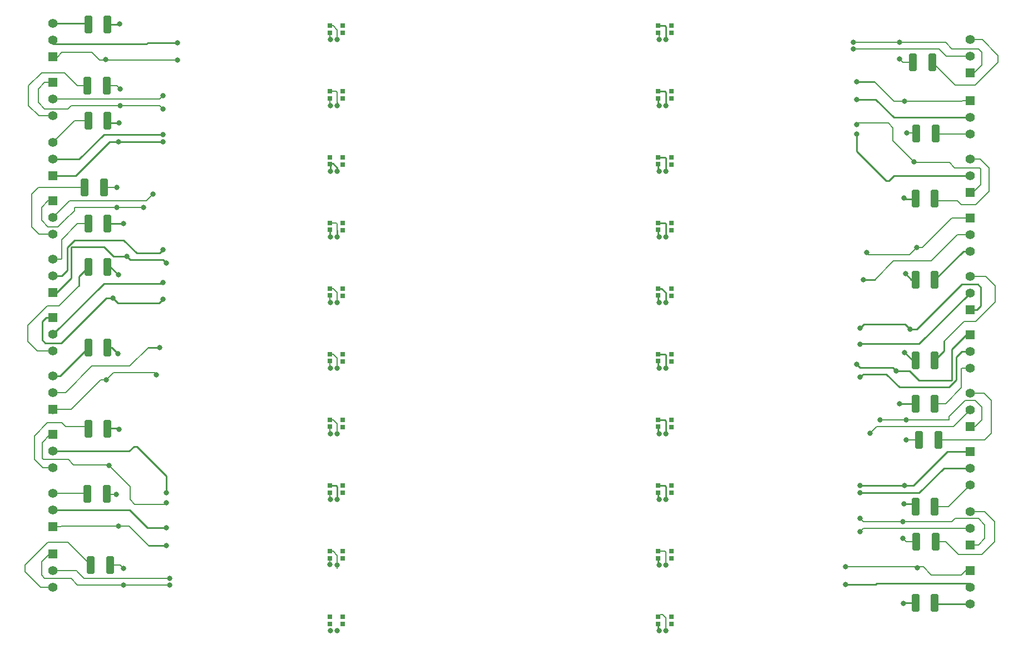
<source format=gbr>
%TF.GenerationSoftware,KiCad,Pcbnew,(6.0.8-1)-1*%
%TF.CreationDate,2023-06-16T18:58:08-04:00*%
%TF.ProjectId,Untitled,556e7469-746c-4656-942e-6b696361645f,rev?*%
%TF.SameCoordinates,Original*%
%TF.FileFunction,Copper,L1,Top*%
%TF.FilePolarity,Positive*%
%FSLAX46Y46*%
G04 Gerber Fmt 4.6, Leading zero omitted, Abs format (unit mm)*
G04 Created by KiCad (PCBNEW (6.0.8-1)-1) date 2023-06-16 18:58:08*
%MOMM*%
%LPD*%
G01*
G04 APERTURE LIST*
G04 Aperture macros list*
%AMRoundRect*
0 Rectangle with rounded corners*
0 $1 Rounding radius*
0 $2 $3 $4 $5 $6 $7 $8 $9 X,Y pos of 4 corners*
0 Add a 4 corners polygon primitive as box body*
4,1,4,$2,$3,$4,$5,$6,$7,$8,$9,$2,$3,0*
0 Add four circle primitives for the rounded corners*
1,1,$1+$1,$2,$3*
1,1,$1+$1,$4,$5*
1,1,$1+$1,$6,$7*
1,1,$1+$1,$8,$9*
0 Add four rect primitives between the rounded corners*
20,1,$1+$1,$2,$3,$4,$5,0*
20,1,$1+$1,$4,$5,$6,$7,0*
20,1,$1+$1,$6,$7,$8,$9,0*
20,1,$1+$1,$8,$9,$2,$3,0*%
G04 Aperture macros list end*
%TA.AperFunction,ComponentPad*%
%ADD10R,1.397000X1.397000*%
%TD*%
%TA.AperFunction,ComponentPad*%
%ADD11C,1.397000*%
%TD*%
%TA.AperFunction,SMDPad,CuDef*%
%ADD12RoundRect,0.250000X0.325000X1.100000X-0.325000X1.100000X-0.325000X-1.100000X0.325000X-1.100000X0*%
%TD*%
%TA.AperFunction,SMDPad,CuDef*%
%ADD13R,0.700000X0.700000*%
%TD*%
%TA.AperFunction,SMDPad,CuDef*%
%ADD14RoundRect,0.250000X-0.325000X-1.100000X0.325000X-1.100000X0.325000X1.100000X-0.325000X1.100000X0*%
%TD*%
%TA.AperFunction,ViaPad*%
%ADD15C,0.800000*%
%TD*%
%TA.AperFunction,Conductor*%
%ADD16C,0.250000*%
%TD*%
%TA.AperFunction,Conductor*%
%ADD17C,0.200000*%
%TD*%
G04 APERTURE END LIST*
D10*
%TO.P,REF\u002A\u002A,1*%
%TO.N,N/C*%
X198842400Y-43580000D03*
D11*
%TO.P,REF\u002A\u002A,2*%
X198842400Y-41040000D03*
%TO.P,REF\u002A\u002A,3*%
X198842400Y-38500000D03*
%TD*%
D12*
%TO.P,10 nF,1*%
%TO.N,N/C*%
X193567500Y-52792500D03*
%TO.P,10 nF,2*%
X190617500Y-52792500D03*
%TD*%
%TO.P,10 nF,1*%
%TO.N,N/C*%
X193067500Y-41892500D03*
%TO.P,10 nF,2*%
X190117500Y-41892500D03*
%TD*%
%TO.P,10 nF,1*%
%TO.N,N/C*%
X194042500Y-99392500D03*
%TO.P,10 nF,2*%
X191092500Y-99392500D03*
%TD*%
%TO.P,10 nF,1*%
%TO.N,N/C*%
X193567500Y-114892500D03*
%TO.P,10 nF,2*%
X190617500Y-114892500D03*
%TD*%
%TO.P,10 nF,1*%
%TO.N,N/C*%
X193467500Y-62701549D03*
%TO.P,10 nF,2*%
X190517500Y-62701549D03*
%TD*%
D10*
%TO.P,REF\u002A\u002A,1*%
%TO.N,N/C*%
X198842400Y-79580000D03*
D11*
%TO.P,REF\u002A\u002A,2*%
X198842400Y-77040000D03*
%TO.P,REF\u002A\u002A,3*%
X198842400Y-74500000D03*
%TD*%
D10*
%TO.P,REF\u002A\u002A,1*%
%TO.N,N/C*%
X198892500Y-115392500D03*
D11*
%TO.P,REF\u002A\u002A,2*%
X198892500Y-112852500D03*
%TO.P,REF\u002A\u002A,3*%
X198892500Y-110312500D03*
%TD*%
D10*
%TO.P,REF\u002A\u002A,1*%
%TO.N,N/C*%
X198842400Y-97380000D03*
D11*
%TO.P,REF\u002A\u002A,2*%
X198842400Y-94840000D03*
%TO.P,REF\u002A\u002A,3*%
X198842400Y-92300000D03*
%TD*%
D10*
%TO.P,REF\u002A\u002A,1*%
%TO.N,N/C*%
X198842400Y-61780000D03*
D11*
%TO.P,REF\u002A\u002A,2*%
X198842400Y-59240000D03*
%TO.P,REF\u002A\u002A,3*%
X198842400Y-56700000D03*
%TD*%
D10*
%TO.P,REF\u002A\u002A,1*%
%TO.N,N/C*%
X198842400Y-47805000D03*
D11*
%TO.P,REF\u002A\u002A,2*%
X198842400Y-50345000D03*
%TO.P,REF\u002A\u002A,3*%
X198842400Y-52885000D03*
%TD*%
D10*
%TO.P,REF\u002A\u002A,1*%
%TO.N,N/C*%
X198842400Y-119292500D03*
D11*
%TO.P,REF\u002A\u002A,2*%
X198842400Y-121832500D03*
%TO.P,REF\u002A\u002A,3*%
X198842400Y-124372500D03*
%TD*%
D10*
%TO.P,REF\u002A\u002A,1*%
%TO.N,N/C*%
X198842400Y-65605000D03*
D11*
%TO.P,REF\u002A\u002A,2*%
X198842400Y-68145000D03*
%TO.P,REF\u002A\u002A,3*%
X198842400Y-70685000D03*
%TD*%
D12*
%TO.P,10 nF,1*%
%TO.N,N/C*%
X193467500Y-87319643D03*
%TO.P,10 nF,2*%
X190517500Y-87319643D03*
%TD*%
D10*
%TO.P,REF\u002A\u002A,1*%
%TO.N,N/C*%
X198892500Y-101192500D03*
D11*
%TO.P,REF\u002A\u002A,2*%
X198892500Y-103732500D03*
%TO.P,REF\u002A\u002A,3*%
X198892500Y-106272500D03*
%TD*%
D10*
%TO.P,REF\u002A\u002A,1*%
%TO.N,N/C*%
X198842400Y-83405000D03*
D11*
%TO.P,REF\u002A\u002A,2*%
X198842400Y-85945000D03*
%TO.P,REF\u002A\u002A,3*%
X198842400Y-88485000D03*
%TD*%
D12*
%TO.P,10 nF,1*%
%TO.N,N/C*%
X193467500Y-124246784D03*
%TO.P,10 nF,2*%
X190517500Y-124246784D03*
%TD*%
%TO.P,10 nF,1*%
%TO.N,N/C*%
X193467500Y-75010596D03*
%TO.P,10 nF,2*%
X190517500Y-75010596D03*
%TD*%
%TO.P,10 nF,1*%
%TO.N,N/C*%
X193467500Y-93892500D03*
%TO.P,10 nF,2*%
X190517500Y-93892500D03*
%TD*%
%TO.P,10 nF,1*%
%TO.N,N/C*%
X193467500Y-109592500D03*
%TO.P,10 nF,2*%
X190517500Y-109592500D03*
%TD*%
D13*
%TO.P,REF\u002A\u002A,1*%
%TO.N,N/C*%
X153382500Y-106370000D03*
%TO.P,REF\u002A\u002A,2*%
X151357500Y-106370000D03*
%TO.P,REF\u002A\u002A,3*%
X151357500Y-107420000D03*
%TO.P,REF\u002A\u002A,4*%
X153382500Y-107470000D03*
%TD*%
%TO.P,REF\u002A\u002A,1*%
%TO.N,N/C*%
X153382500Y-126370000D03*
%TO.P,REF\u002A\u002A,2*%
X151357500Y-126370000D03*
%TO.P,REF\u002A\u002A,3*%
X151357500Y-127420000D03*
%TO.P,REF\u002A\u002A,4*%
X153382500Y-127470000D03*
%TD*%
%TO.P,REF\u002A\u002A,1*%
%TO.N,N/C*%
X153382500Y-116370000D03*
%TO.P,REF\u002A\u002A,2*%
X151357500Y-116370000D03*
%TO.P,REF\u002A\u002A,3*%
X151357500Y-117420000D03*
%TO.P,REF\u002A\u002A,4*%
X153382500Y-117470000D03*
%TD*%
%TO.P,REF\u002A\u002A,1*%
%TO.N,N/C*%
X153382500Y-56370000D03*
%TO.P,REF\u002A\u002A,2*%
X151357500Y-56370000D03*
%TO.P,REF\u002A\u002A,3*%
X151357500Y-57420000D03*
%TO.P,REF\u002A\u002A,4*%
X153382500Y-57470000D03*
%TD*%
%TO.P,REF\u002A\u002A,1*%
%TO.N,N/C*%
X153382500Y-46370000D03*
%TO.P,REF\u002A\u002A,2*%
X151357500Y-46370000D03*
%TO.P,REF\u002A\u002A,3*%
X151357500Y-47420000D03*
%TO.P,REF\u002A\u002A,4*%
X153382500Y-47470000D03*
%TD*%
%TO.P,REF\u002A\u002A,1*%
%TO.N,N/C*%
X153382500Y-36370000D03*
%TO.P,REF\u002A\u002A,2*%
X151357500Y-36370000D03*
%TO.P,REF\u002A\u002A,3*%
X151357500Y-37420000D03*
%TO.P,REF\u002A\u002A,4*%
X153382500Y-37470000D03*
%TD*%
%TO.P,REF\u002A\u002A,1*%
%TO.N,N/C*%
X153382500Y-96370000D03*
%TO.P,REF\u002A\u002A,2*%
X151357500Y-96370000D03*
%TO.P,REF\u002A\u002A,3*%
X151357500Y-97420000D03*
%TO.P,REF\u002A\u002A,4*%
X153382500Y-97470000D03*
%TD*%
%TO.P,REF\u002A\u002A,1*%
%TO.N,N/C*%
X153382500Y-86370000D03*
%TO.P,REF\u002A\u002A,2*%
X151357500Y-86370000D03*
%TO.P,REF\u002A\u002A,3*%
X151357500Y-87420000D03*
%TO.P,REF\u002A\u002A,4*%
X153382500Y-87470000D03*
%TD*%
%TO.P,REF\u002A\u002A,1*%
%TO.N,N/C*%
X153382500Y-76370000D03*
%TO.P,REF\u002A\u002A,2*%
X151357500Y-76370000D03*
%TO.P,REF\u002A\u002A,3*%
X151357500Y-77420000D03*
%TO.P,REF\u002A\u002A,4*%
X153382500Y-77470000D03*
%TD*%
%TO.P,REF\u002A\u002A,1*%
%TO.N,N/C*%
X153382500Y-66370000D03*
%TO.P,REF\u002A\u002A,2*%
X151357500Y-66370000D03*
%TO.P,REF\u002A\u002A,3*%
X151357500Y-67420000D03*
%TO.P,REF\u002A\u002A,4*%
X153382500Y-67470000D03*
%TD*%
%TO.P,REF\u002A\u002A,4*%
%TO.N,N/C*%
X103382500Y-127470000D03*
%TO.P,REF\u002A\u002A,3*%
X101357500Y-127420000D03*
%TO.P,REF\u002A\u002A,2*%
X101357500Y-126370000D03*
%TO.P,REF\u002A\u002A,1*%
X103382500Y-126370000D03*
%TD*%
%TO.P,REF\u002A\u002A,4*%
%TO.N,N/C*%
X103382500Y-117470000D03*
%TO.P,REF\u002A\u002A,3*%
X101357500Y-117420000D03*
%TO.P,REF\u002A\u002A,2*%
X101357500Y-116370000D03*
%TO.P,REF\u002A\u002A,1*%
X103382500Y-116370000D03*
%TD*%
%TO.P,REF\u002A\u002A,4*%
%TO.N,N/C*%
X103382500Y-107470000D03*
%TO.P,REF\u002A\u002A,3*%
X101357500Y-107420000D03*
%TO.P,REF\u002A\u002A,2*%
X101357500Y-106370000D03*
%TO.P,REF\u002A\u002A,1*%
X103382500Y-106370000D03*
%TD*%
%TO.P,REF\u002A\u002A,4*%
%TO.N,N/C*%
X103382500Y-37470000D03*
%TO.P,REF\u002A\u002A,3*%
X101357500Y-37420000D03*
%TO.P,REF\u002A\u002A,2*%
X101357500Y-36370000D03*
%TO.P,REF\u002A\u002A,1*%
X103382500Y-36370000D03*
%TD*%
%TO.P,REF\u002A\u002A,4*%
%TO.N,N/C*%
X103382500Y-87470000D03*
%TO.P,REF\u002A\u002A,3*%
X101357500Y-87420000D03*
%TO.P,REF\u002A\u002A,2*%
X101357500Y-86370000D03*
%TO.P,REF\u002A\u002A,1*%
X103382500Y-86370000D03*
%TD*%
%TO.P,REF\u002A\u002A,4*%
%TO.N,N/C*%
X103382500Y-77470000D03*
%TO.P,REF\u002A\u002A,3*%
X101357500Y-77420000D03*
%TO.P,REF\u002A\u002A,2*%
X101357500Y-76370000D03*
%TO.P,REF\u002A\u002A,1*%
X103382500Y-76370000D03*
%TD*%
%TO.P,REF\u002A\u002A,4*%
%TO.N,N/C*%
X103382500Y-67470000D03*
%TO.P,REF\u002A\u002A,3*%
X101357500Y-67420000D03*
%TO.P,REF\u002A\u002A,2*%
X101357500Y-66370000D03*
%TO.P,REF\u002A\u002A,1*%
X103382500Y-66370000D03*
%TD*%
%TO.P,REF\u002A\u002A,4*%
%TO.N,N/C*%
X103382500Y-97470000D03*
%TO.P,REF\u002A\u002A,3*%
X101357500Y-97420000D03*
%TO.P,REF\u002A\u002A,2*%
X101357500Y-96370000D03*
%TO.P,REF\u002A\u002A,1*%
X103382500Y-96370000D03*
%TD*%
%TO.P,REF\u002A\u002A,4*%
%TO.N,N/C*%
X103382500Y-47470000D03*
%TO.P,REF\u002A\u002A,3*%
X101357500Y-47420000D03*
%TO.P,REF\u002A\u002A,2*%
X101357500Y-46370000D03*
%TO.P,REF\u002A\u002A,1*%
X103382500Y-46370000D03*
%TD*%
%TO.P,REF\u002A\u002A,4*%
%TO.N,N/C*%
X103382500Y-57470000D03*
%TO.P,REF\u002A\u002A,3*%
X101357500Y-57420000D03*
%TO.P,REF\u002A\u002A,2*%
X101357500Y-56370000D03*
%TO.P,REF\u002A\u002A,1*%
X103382500Y-56370000D03*
%TD*%
D14*
%TO.P,10 nF,2*%
%TO.N,N/C*%
X67975000Y-118500000D03*
%TO.P,10 nF,1*%
X65025000Y-118500000D03*
%TD*%
D10*
%TO.P,REF\u002A\u002A,1*%
%TO.N,N/C*%
X59250100Y-116812500D03*
D11*
%TO.P,REF\u002A\u002A,2*%
X59250100Y-119352500D03*
%TO.P,REF\u002A\u002A,3*%
X59250100Y-121892500D03*
%TD*%
D14*
%TO.P,10 nF,2*%
%TO.N,N/C*%
X67000000Y-61000000D03*
%TO.P,10 nF,1*%
X64050000Y-61000000D03*
%TD*%
%TO.P,10 nF,2*%
%TO.N,N/C*%
X67475000Y-45500000D03*
%TO.P,10 nF,1*%
X64525000Y-45500000D03*
%TD*%
%TO.P,10 nF,2*%
%TO.N,N/C*%
X67475000Y-107600000D03*
%TO.P,10 nF,1*%
X64525000Y-107600000D03*
%TD*%
%TO.P,10 nF,2*%
%TO.N,N/C*%
X67575000Y-36145716D03*
%TO.P,10 nF,1*%
X64625000Y-36145716D03*
%TD*%
D11*
%TO.P,REF\u002A\u002A,3*%
%TO.N,N/C*%
X59200000Y-54120000D03*
%TO.P,REF\u002A\u002A,2*%
X59200000Y-56660000D03*
D10*
%TO.P,REF\u002A\u002A,1*%
X59200000Y-59200000D03*
%TD*%
D14*
%TO.P,10 nF,2*%
%TO.N,N/C*%
X67575000Y-73072857D03*
%TO.P,10 nF,1*%
X64625000Y-73072857D03*
%TD*%
D11*
%TO.P,REF\u002A\u002A,3*%
%TO.N,N/C*%
X59250100Y-36020000D03*
%TO.P,REF\u002A\u002A,2*%
X59250100Y-38560000D03*
D10*
%TO.P,REF\u002A\u002A,1*%
X59250100Y-41100000D03*
%TD*%
D11*
%TO.P,REF\u002A\u002A,3*%
%TO.N,N/C*%
X59250100Y-71907500D03*
%TO.P,REF\u002A\u002A,2*%
X59250100Y-74447500D03*
D10*
%TO.P,REF\u002A\u002A,1*%
X59250100Y-76987500D03*
%TD*%
D14*
%TO.P,10 nF,2*%
%TO.N,N/C*%
X67575000Y-66500000D03*
%TO.P,10 nF,1*%
X64625000Y-66500000D03*
%TD*%
%TO.P,10 nF,2*%
%TO.N,N/C*%
X67575000Y-50800000D03*
%TO.P,10 nF,1*%
X64625000Y-50800000D03*
%TD*%
%TO.P,10 nF,2*%
%TO.N,N/C*%
X67575000Y-85381904D03*
%TO.P,10 nF,1*%
X64625000Y-85381904D03*
%TD*%
D11*
%TO.P,REF\u002A\u002A,3*%
%TO.N,N/C*%
X59250100Y-89707500D03*
%TO.P,REF\u002A\u002A,2*%
X59250100Y-92247500D03*
D10*
%TO.P,REF\u002A\u002A,1*%
X59250100Y-94787500D03*
%TD*%
D11*
%TO.P,REF\u002A\u002A,3*%
%TO.N,N/C*%
X59250100Y-107507500D03*
%TO.P,REF\u002A\u002A,2*%
X59250100Y-110047500D03*
D10*
%TO.P,REF\u002A\u002A,1*%
X59250100Y-112587500D03*
%TD*%
D14*
%TO.P,10 nF,2*%
%TO.N,N/C*%
X67575000Y-97690951D03*
%TO.P,10 nF,1*%
X64625000Y-97690951D03*
%TD*%
D10*
%TO.P,REF\u002A\u002A,1*%
%TO.N,N/C*%
X59250100Y-80812500D03*
D11*
%TO.P,REF\u002A\u002A,2*%
X59250100Y-83352500D03*
%TO.P,REF\u002A\u002A,3*%
X59250100Y-85892500D03*
%TD*%
D10*
%TO.P,REF\u002A\u002A,1*%
%TO.N,N/C*%
X59200000Y-45000000D03*
D11*
%TO.P,REF\u002A\u002A,2*%
X59200000Y-47540000D03*
%TO.P,REF\u002A\u002A,3*%
X59200000Y-50080000D03*
%TD*%
D10*
%TO.P,REF\u002A\u002A,1*%
%TO.N,N/C*%
X59250100Y-98612500D03*
D11*
%TO.P,REF\u002A\u002A,2*%
X59250100Y-101152500D03*
%TO.P,REF\u002A\u002A,3*%
X59250100Y-103692500D03*
%TD*%
D10*
%TO.P,REF\u002A\u002A,1*%
%TO.N,N/C*%
X59250100Y-63012500D03*
D11*
%TO.P,REF\u002A\u002A,2*%
X59250100Y-65552500D03*
%TO.P,REF\u002A\u002A,3*%
X59250100Y-68092500D03*
%TD*%
D15*
%TO.N,*%
X152500000Y-128500000D03*
X151500000Y-128500000D03*
X152500000Y-118500000D03*
X151500000Y-118500000D03*
X152500000Y-108500000D03*
X151500000Y-108500000D03*
X152500000Y-98500000D03*
X151500000Y-98500000D03*
X152500000Y-88500000D03*
X151500000Y-88500000D03*
X152500000Y-78500000D03*
X151500000Y-78500000D03*
X152500000Y-68500000D03*
X151500000Y-68500000D03*
X152500000Y-58500000D03*
X151500000Y-58500000D03*
X152500000Y-48500000D03*
X151500000Y-48500000D03*
X152500000Y-38500000D03*
X151500000Y-38500000D03*
X182092500Y-111392500D03*
X185092500Y-96392500D03*
X181092500Y-39892500D03*
X189092500Y-99392500D03*
X188592500Y-114392500D03*
X189092500Y-96392500D03*
X183592500Y-98392500D03*
X182092500Y-113392500D03*
X188592500Y-111892500D03*
X188092500Y-38892500D03*
X188092500Y-41392500D03*
X181092500Y-38892500D03*
X188892500Y-47892500D03*
X189692500Y-82592500D03*
X188792500Y-62592500D03*
X182092500Y-89892500D03*
X189192500Y-52692500D03*
X181592500Y-52892500D03*
X188992500Y-74092500D03*
X182092500Y-84892500D03*
X181592500Y-87892500D03*
X188892500Y-106392500D03*
X190692500Y-70092500D03*
X179892500Y-121392500D03*
X182092500Y-82392500D03*
X187592500Y-88892500D03*
X182092500Y-106392500D03*
X181592500Y-47562148D03*
X190292500Y-57092500D03*
X182092500Y-107492500D03*
X181592500Y-51392500D03*
X179922500Y-118762500D03*
X188792500Y-109192500D03*
X188892500Y-86092500D03*
X188692500Y-124292500D03*
X181592500Y-44892500D03*
X188092500Y-93892500D03*
X190792500Y-118892500D03*
X183092500Y-70892500D03*
X182592500Y-75032614D03*
X77000000Y-121500000D03*
X77000000Y-120500000D03*
X70000000Y-121500000D03*
X70000000Y-119000000D03*
X102500000Y-128500000D03*
X101500000Y-128500000D03*
X102500000Y-118500000D03*
X101357500Y-118357500D03*
X102500000Y-108500000D03*
X101500000Y-108500000D03*
X73000000Y-64000000D03*
X74500000Y-62000000D03*
X69000000Y-64000000D03*
X69000000Y-61000000D03*
X76000000Y-47000000D03*
X76000000Y-49000000D03*
X69500000Y-46000000D03*
X69500000Y-48500000D03*
X101500000Y-98500000D03*
X102500000Y-98500000D03*
X102500000Y-88500000D03*
X102500000Y-48500000D03*
X101500000Y-48500000D03*
X69300000Y-51200000D03*
X78170000Y-41630000D03*
X75500000Y-85359886D03*
X69200000Y-54000000D03*
X101500000Y-38500000D03*
X76000000Y-54000000D03*
X102500000Y-38500000D03*
X101500000Y-68500000D03*
X78200000Y-39000000D03*
X67400000Y-90300000D03*
X67300000Y-41500000D03*
X101500000Y-88500000D03*
X76500000Y-115500000D03*
X69100000Y-86300000D03*
X101500000Y-58500000D03*
X76500000Y-112830352D03*
X75000000Y-89500000D03*
X69200000Y-74300000D03*
X76500000Y-72500000D03*
X70500000Y-71500000D03*
X76000000Y-75500000D03*
X76500000Y-109000000D03*
X69400000Y-36100000D03*
X76000000Y-52900000D03*
X76000000Y-78000000D03*
X102500000Y-78500000D03*
X102500000Y-58500000D03*
X70000000Y-66500000D03*
X102500000Y-68500000D03*
X67800000Y-103300000D03*
X76500000Y-107500000D03*
X76000000Y-70500000D03*
X101500000Y-78500000D03*
X68400000Y-77800000D03*
X68900000Y-107700000D03*
X69200000Y-112500000D03*
X69300000Y-97800000D03*
%TD*%
D16*
%TO.N,*%
X152370000Y-46370000D02*
X152500000Y-46500000D01*
X151357500Y-46370000D02*
X152370000Y-46370000D01*
X152500000Y-46500000D02*
X152500000Y-48500000D01*
X151357500Y-47420000D02*
X151357500Y-48357500D01*
X151357500Y-48357500D02*
X151500000Y-48500000D01*
X152370000Y-56370000D02*
X152500000Y-56500000D01*
X151357500Y-56370000D02*
X152370000Y-56370000D01*
X152500000Y-56500000D02*
X152500000Y-58500000D01*
X151357500Y-57420000D02*
X151357500Y-58357500D01*
X151357500Y-58357500D02*
X151500000Y-58500000D01*
X151357500Y-67420000D02*
X151357500Y-68357500D01*
X151357500Y-68357500D02*
X151500000Y-68500000D01*
X152370000Y-66370000D02*
X152500000Y-66500000D01*
X151357500Y-66370000D02*
X152370000Y-66370000D01*
X152500000Y-66500000D02*
X152500000Y-68500000D01*
X151870000Y-76370000D02*
X152500000Y-77000000D01*
X151357500Y-76370000D02*
X151870000Y-76370000D01*
X152500000Y-77000000D02*
X152500000Y-78500000D01*
X151357500Y-77420000D02*
X151357500Y-78357500D01*
X151357500Y-78357500D02*
X151500000Y-78500000D01*
X151357500Y-87420000D02*
X151357500Y-88357500D01*
X151357500Y-88357500D02*
X151500000Y-88500000D01*
X152370000Y-86370000D02*
X152500000Y-86500000D01*
X151357500Y-86370000D02*
X152370000Y-86370000D01*
X152500000Y-86500000D02*
X152500000Y-88500000D01*
X151357500Y-97420000D02*
X151357500Y-98357500D01*
X151357500Y-98357500D02*
X151500000Y-98500000D01*
X152370000Y-96370000D02*
X152500000Y-96500000D01*
X151357500Y-96370000D02*
X152370000Y-96370000D01*
X152500000Y-96500000D02*
X152500000Y-98500000D01*
X151357500Y-107420000D02*
X151357500Y-108357500D01*
X151357500Y-108357500D02*
X151500000Y-108500000D01*
X152370000Y-106370000D02*
X152500000Y-106500000D01*
X151357500Y-106370000D02*
X152370000Y-106370000D01*
X152500000Y-106500000D02*
X152500000Y-108500000D01*
X151357500Y-117420000D02*
X151357500Y-118357500D01*
X151357500Y-118357500D02*
X151500000Y-118500000D01*
D17*
X152500000Y-118500000D02*
X152500000Y-116500000D01*
X152500000Y-116500000D02*
X152370000Y-116370000D01*
X152370000Y-116370000D02*
X151357500Y-116370000D01*
X152500000Y-126500000D02*
X152000000Y-126000000D01*
X152500000Y-128500000D02*
X152500000Y-126500000D01*
X152000000Y-126000000D02*
X151727500Y-126000000D01*
X151727500Y-126000000D02*
X151357500Y-126370000D01*
D16*
X151357500Y-127420000D02*
X151357500Y-128357500D01*
X151357500Y-128357500D02*
X151500000Y-128500000D01*
X152370000Y-36370000D02*
X152500000Y-36500000D01*
X152500000Y-36500000D02*
X152500000Y-38500000D01*
X151357500Y-36370000D02*
X152370000Y-36370000D01*
D17*
X151500000Y-38500000D02*
X151500000Y-37562500D01*
X151500000Y-37562500D02*
X151357500Y-37420000D01*
X197492500Y-63592500D02*
X196892500Y-62992500D01*
X191592500Y-70092500D02*
X196080000Y-65605000D01*
D16*
X184590006Y-121294994D02*
X198822400Y-121294994D01*
X197621200Y-75721200D02*
X200021200Y-75721200D01*
X195392500Y-101192500D02*
X198892500Y-101192500D01*
D17*
X198842400Y-47805000D02*
X197705000Y-47805000D01*
D16*
X189692500Y-82592500D02*
X190749900Y-82592500D01*
X188738216Y-124246784D02*
X188692500Y-124292500D01*
X198842400Y-70685000D02*
X197793096Y-70685000D01*
D17*
X189192500Y-52692500D02*
X190517500Y-52692500D01*
X198892500Y-106272500D02*
X195572500Y-109592500D01*
D16*
X188919170Y-62719170D02*
X190499879Y-62719170D01*
X188792500Y-62592500D02*
X188919170Y-62719170D01*
X199905000Y-79580000D02*
X198842400Y-79580000D01*
X188892500Y-86092500D02*
X190119643Y-87319643D01*
D17*
X198842400Y-52885000D02*
X196685000Y-52885000D01*
X202692500Y-75992500D02*
X201200000Y-74500000D01*
D16*
X190192500Y-106392500D02*
X195392500Y-101192500D01*
D17*
X193758451Y-62992500D02*
X193369881Y-62603930D01*
D16*
X190499879Y-62719170D02*
X190517500Y-62701549D01*
D17*
X201200000Y-74500000D02*
X198842400Y-74500000D01*
D16*
X197793096Y-70685000D02*
X193521784Y-74956312D01*
D17*
X198842400Y-56700000D02*
X200400000Y-56700000D01*
D16*
X200021200Y-75721200D02*
X200492500Y-76192500D01*
X188992500Y-74092500D02*
X189910596Y-75010596D01*
D17*
X197617500Y-47892500D02*
X187292500Y-47892500D01*
X192892500Y-72192500D02*
X187172728Y-72192500D01*
X201692500Y-57992500D02*
X201692500Y-61592500D01*
D16*
X194892500Y-85894643D02*
X194892500Y-84392500D01*
D17*
X195572500Y-109592500D02*
X193467500Y-109592500D01*
X200292500Y-57992500D02*
X200492500Y-58192500D01*
X191722500Y-118762500D02*
X179922500Y-118762500D01*
X199692500Y-63592500D02*
X197492500Y-63592500D01*
D16*
X188892500Y-106392500D02*
X190192500Y-106392500D01*
D17*
X199305000Y-61780000D02*
X198842400Y-61780000D01*
X193660000Y-52885000D02*
X193567500Y-52792500D01*
D16*
X190517500Y-124246784D02*
X188738216Y-124246784D01*
D17*
X197892500Y-81392500D02*
X199692500Y-81392500D01*
X196685000Y-52885000D02*
X193660000Y-52885000D01*
X197492500Y-119992500D02*
X192952500Y-119992500D01*
X198842400Y-68145000D02*
X196940000Y-68145000D01*
D16*
X189910596Y-75010596D02*
X190517500Y-75010596D01*
D17*
X190292500Y-57092500D02*
X190392500Y-57192500D01*
D16*
X188792500Y-109192500D02*
X190117500Y-109192500D01*
X190749900Y-82592500D02*
X197621200Y-75721200D01*
D17*
X199692500Y-81392500D02*
X202692500Y-78392500D01*
X196567500Y-45392500D02*
X193067500Y-41892500D01*
X200700000Y-38500000D02*
X203092500Y-40892500D01*
D16*
X184292852Y-44882500D02*
X181602500Y-44882500D01*
D17*
X199592500Y-45392500D02*
X196567500Y-45392500D01*
D16*
X181602500Y-44882500D02*
X181592500Y-44892500D01*
D17*
X198842400Y-38500000D02*
X200700000Y-38500000D01*
X203092500Y-40892500D02*
X203092500Y-41892500D01*
X203092500Y-41892500D02*
X199592500Y-45392500D01*
X190517500Y-52692500D02*
X190617500Y-52792500D01*
X196080000Y-65605000D02*
X198842400Y-65605000D01*
X198795616Y-57192500D02*
X198822400Y-57219284D01*
D16*
X179892500Y-121392500D02*
X184492500Y-121392500D01*
X200492500Y-76192500D02*
X200492500Y-78992500D01*
D17*
X198842400Y-119265000D02*
X198220000Y-119265000D01*
X200400000Y-56700000D02*
X201692500Y-57992500D01*
X197705000Y-47805000D02*
X197617500Y-47892500D01*
X201692500Y-61592500D02*
X199692500Y-63592500D01*
X187292500Y-47892500D02*
X184292500Y-44892500D01*
D16*
X193593216Y-124372500D02*
X193467500Y-124246784D01*
D17*
X198842400Y-65605000D02*
X198842400Y-64942400D01*
X200492500Y-58192500D02*
X200492500Y-60592500D01*
X196940000Y-68145000D02*
X192892500Y-72192500D01*
D16*
X184492500Y-121392500D02*
X184590006Y-121294994D01*
D17*
X190692500Y-70092500D02*
X191592500Y-70092500D01*
X190392500Y-57192500D02*
X195692500Y-57192500D01*
X196892500Y-62992500D02*
X193758451Y-62992500D01*
X192952500Y-119992500D02*
X191722500Y-118762500D01*
D16*
X198842400Y-124372500D02*
X193593216Y-124372500D01*
D17*
X202692500Y-78392500D02*
X202692500Y-75992500D01*
D16*
X190119643Y-87319643D02*
X190517500Y-87319643D01*
X200492500Y-78992500D02*
X199905000Y-79580000D01*
D17*
X197892500Y-81392500D02*
X194892500Y-84392500D01*
D16*
X193467500Y-87319643D02*
X194892500Y-85894643D01*
X190117500Y-109192500D02*
X190517500Y-109592500D01*
D17*
X198220000Y-119265000D02*
X197492500Y-119992500D01*
X187172728Y-72192500D02*
X184332614Y-75032614D01*
X195692500Y-57192500D02*
X196492500Y-57992500D01*
X200492500Y-60592500D02*
X199305000Y-61780000D01*
X196492500Y-57992500D02*
X200292500Y-57992500D01*
X181792500Y-51192500D02*
X186392500Y-51192500D01*
X187092500Y-51892500D02*
X187092500Y-53892500D01*
X187092500Y-53892500D02*
X190292500Y-57092500D01*
X186392500Y-51192500D02*
X187092500Y-51892500D01*
X188592500Y-41892500D02*
X188092500Y-41392500D01*
X190117500Y-41892500D02*
X188592500Y-41892500D01*
X191092500Y-99392500D02*
X189092500Y-99392500D01*
D16*
X197540000Y-85945000D02*
X198842400Y-85945000D01*
X186092500Y-89392500D02*
X188092500Y-91392500D01*
X191089900Y-84792500D02*
X198842400Y-77040000D01*
X182092500Y-89892500D02*
X182592500Y-89392500D01*
X188092500Y-91392500D02*
X195592500Y-91392500D01*
X182092500Y-84892500D02*
X182192500Y-84792500D01*
X196692500Y-86792500D02*
X197540000Y-85945000D01*
X182592500Y-89392500D02*
X186092500Y-89392500D01*
X195592500Y-91392500D02*
X196692500Y-90292500D01*
X182192500Y-84792500D02*
X191089900Y-84792500D01*
X196692500Y-90292500D02*
X196692500Y-86792500D01*
X188933568Y-81833568D02*
X189692500Y-82592500D01*
X182651432Y-81833568D02*
X188933568Y-81833568D01*
X182092500Y-82392500D02*
X182651432Y-81833568D01*
D17*
X202592500Y-111892500D02*
X202592500Y-114892500D01*
X197092500Y-116892500D02*
X195092500Y-114892500D01*
X200592500Y-116892500D02*
X197092500Y-116892500D01*
X195092500Y-114892500D02*
X193567500Y-114892500D01*
X202592500Y-114892500D02*
X200592500Y-116892500D01*
D16*
X187245000Y-59240000D02*
X198842400Y-59240000D01*
D17*
X201012500Y-110312500D02*
X202592500Y-111892500D01*
D16*
X181592500Y-55492500D02*
X186092500Y-59992500D01*
X181592500Y-52892500D02*
X181592500Y-55492500D01*
X186092500Y-59992500D02*
X186492500Y-59992500D01*
D17*
X198892500Y-110312500D02*
X201012500Y-110312500D01*
D16*
X186492500Y-59992500D02*
X187245000Y-59240000D01*
D17*
X198842400Y-92300000D02*
X201000000Y-92300000D01*
X202092500Y-93392500D02*
X202092500Y-98392500D01*
X202092500Y-98392500D02*
X201092500Y-99392500D01*
X201000000Y-92300000D02*
X202092500Y-93392500D01*
X181592500Y-51392500D02*
X181792500Y-51192500D01*
X201092500Y-99392500D02*
X194092500Y-99392500D01*
D16*
X191092500Y-90392500D02*
X196092500Y-90392500D01*
X189592500Y-88892500D02*
X191092500Y-90392500D01*
X187592500Y-88892500D02*
X189592500Y-88892500D01*
X196092500Y-90392500D02*
X196092500Y-85592500D01*
X198280000Y-83405000D02*
X198842400Y-83405000D01*
D17*
X188592500Y-111892500D02*
X182592500Y-111892500D01*
D16*
X196092500Y-85592500D02*
X198280000Y-83405000D01*
D17*
X198892500Y-115392500D02*
X200092500Y-115392500D01*
X196592500Y-111392500D02*
X196092500Y-111892500D01*
X200092500Y-115392500D02*
X201092500Y-114392500D01*
X196092500Y-111892500D02*
X188592500Y-111892500D01*
X201092500Y-112392500D02*
X200092500Y-111392500D01*
X200092500Y-111392500D02*
X196592500Y-111392500D01*
X182592500Y-111892500D02*
X182092500Y-111392500D01*
X201092500Y-114392500D02*
X201092500Y-112392500D01*
X189592500Y-71192500D02*
X190692500Y-70092500D01*
X198842400Y-41040000D02*
X195240000Y-41040000D01*
X194092500Y-39892500D02*
X181092500Y-39892500D01*
X183092500Y-70892500D02*
X183392500Y-71192500D01*
X183392500Y-71192500D02*
X189592500Y-71192500D01*
X195092500Y-40892500D02*
X194092500Y-39892500D01*
X195240000Y-41040000D02*
X195092500Y-40892500D01*
D16*
X188892500Y-106392500D02*
X182092500Y-106392500D01*
D17*
X198892500Y-112852500D02*
X182632500Y-112852500D01*
X182632500Y-112852500D02*
X182092500Y-113392500D01*
X195592500Y-95892500D02*
X195592500Y-96392500D01*
X198842400Y-88485000D02*
X197600000Y-88485000D01*
X196289900Y-97392500D02*
X196092500Y-97392500D01*
X197492500Y-91492500D02*
X195092500Y-93892500D01*
X184592500Y-97392500D02*
X183592500Y-98392500D01*
X198842400Y-97380000D02*
X199605000Y-97380000D01*
X196092500Y-97392500D02*
X184592500Y-97392500D01*
X197492500Y-88592500D02*
X197492500Y-91492500D01*
X200592500Y-94392500D02*
X199592500Y-93392500D01*
X200592500Y-96392500D02*
X200592500Y-94392500D01*
X195592500Y-96392500D02*
X189092500Y-96392500D01*
X197600000Y-88485000D02*
X197492500Y-88592500D01*
X195092500Y-93892500D02*
X193467500Y-93892500D01*
X199592500Y-93392500D02*
X198092500Y-93392500D01*
X198842400Y-94840000D02*
X196289900Y-97392500D01*
X199605000Y-97380000D02*
X200592500Y-96392500D01*
D16*
X188092500Y-93892500D02*
X190517500Y-93892500D01*
D17*
X198092500Y-93392500D02*
X197092500Y-94392500D01*
X197092500Y-94392500D02*
X195592500Y-95892500D01*
D16*
X194852500Y-103732500D02*
X198892500Y-103732500D01*
X191092500Y-107492500D02*
X194852500Y-103732500D01*
X182092500Y-107492500D02*
X191092500Y-107492500D01*
D17*
X190617500Y-114892500D02*
X189092500Y-114892500D01*
X189092500Y-114892500D02*
X188592500Y-114392500D01*
D16*
X181592500Y-47562148D02*
X184432500Y-47562148D01*
X187215352Y-50345000D02*
X198842400Y-50345000D01*
X181592500Y-87892500D02*
X182092500Y-88392500D01*
X187092500Y-88392500D02*
X187592500Y-88892500D01*
X184432500Y-47562148D02*
X187215352Y-50345000D01*
X182092500Y-88392500D02*
X187092500Y-88392500D01*
D17*
X198842400Y-43580000D02*
X199405000Y-43580000D01*
X200592500Y-40392500D02*
X200092500Y-39892500D01*
X196092500Y-39892500D02*
X195092500Y-38892500D01*
X195092500Y-38892500D02*
X181092500Y-38892500D01*
X200592500Y-42392500D02*
X200592500Y-40392500D01*
X200092500Y-39892500D02*
X196092500Y-39892500D01*
X199405000Y-43580000D02*
X200592500Y-42392500D01*
X189092500Y-96392500D02*
X185092500Y-96392500D01*
D16*
X182592500Y-75032614D02*
X184332614Y-75032614D01*
D17*
X68500000Y-89200000D02*
X67400000Y-90300000D01*
X74700000Y-89200000D02*
X68500000Y-89200000D01*
X75000000Y-89500000D02*
X74700000Y-89200000D01*
D16*
X75500000Y-85359886D02*
X73759886Y-85359886D01*
X73799648Y-115510000D02*
X76490000Y-115510000D01*
X76490000Y-115510000D02*
X76500000Y-115500000D01*
X76500000Y-107500000D02*
X76500000Y-104900000D01*
X76500000Y-104900000D02*
X72000000Y-100400000D01*
X72000000Y-100400000D02*
X71600000Y-100400000D01*
X71600000Y-100400000D02*
X70847500Y-101152500D01*
X70847500Y-101152500D02*
X59250100Y-101152500D01*
D17*
X76500000Y-109000000D02*
X76300000Y-109200000D01*
X76300000Y-109200000D02*
X71700000Y-109200000D01*
X71700000Y-109200000D02*
X71000000Y-108500000D01*
X71000000Y-108500000D02*
X71000000Y-106500000D01*
X71000000Y-106500000D02*
X67800000Y-103300000D01*
D16*
X76500000Y-112830352D02*
X73660000Y-112830352D01*
X70877148Y-110047500D02*
X59250100Y-110047500D01*
X73660000Y-112830352D02*
X70877148Y-110047500D01*
X76000000Y-78000000D02*
X75441068Y-78558932D01*
X75441068Y-78558932D02*
X69158932Y-78558932D01*
X69158932Y-78558932D02*
X68400000Y-77800000D01*
X76000000Y-75500000D02*
X75900000Y-75600000D01*
X75900000Y-75600000D02*
X67002600Y-75600000D01*
X67002600Y-75600000D02*
X59250100Y-83352500D01*
X76500000Y-72500000D02*
X76000000Y-72000000D01*
X76000000Y-72000000D02*
X71000000Y-72000000D01*
X71000000Y-72000000D02*
X70500000Y-71500000D01*
X76000000Y-70500000D02*
X75500000Y-71000000D01*
X72000000Y-71000000D02*
X70000000Y-69000000D01*
X61400000Y-70100000D02*
X61400000Y-73600000D01*
X75500000Y-71000000D02*
X72000000Y-71000000D01*
X70000000Y-69000000D02*
X62500000Y-69000000D01*
X62500000Y-69000000D02*
X61400000Y-70100000D01*
X61400000Y-73600000D02*
X60552500Y-74447500D01*
X60552500Y-74447500D02*
X59250100Y-74447500D01*
X69200000Y-54000000D02*
X76000000Y-54000000D01*
X76000000Y-52900000D02*
X67000000Y-52900000D01*
X67000000Y-52900000D02*
X63240000Y-56660000D01*
X63240000Y-56660000D02*
X59200000Y-56660000D01*
D17*
X67975000Y-118500000D02*
X69500000Y-118500000D01*
X69500000Y-118500000D02*
X70000000Y-119000000D01*
X64000000Y-120500000D02*
X77000000Y-120500000D01*
X63000000Y-119500000D02*
X64000000Y-120500000D01*
X59250100Y-116812500D02*
X58687500Y-116812500D01*
X58687500Y-116812500D02*
X57500000Y-118000000D01*
X58000000Y-120500000D02*
X62000000Y-120500000D01*
X57500000Y-120000000D02*
X58000000Y-120500000D01*
X57500000Y-118000000D02*
X57500000Y-120000000D01*
X62000000Y-120500000D02*
X63000000Y-121500000D01*
X63000000Y-121500000D02*
X77000000Y-121500000D01*
X62852500Y-119352500D02*
X63000000Y-119500000D01*
X59250100Y-119352500D02*
X62852500Y-119352500D01*
X59250100Y-121892500D02*
X57392500Y-121892500D01*
X57392500Y-121892500D02*
X55000000Y-119500000D01*
X55000000Y-119500000D02*
X55000000Y-118500000D01*
X55000000Y-118500000D02*
X58500000Y-115000000D01*
X58500000Y-115000000D02*
X61525000Y-115000000D01*
X61525000Y-115000000D02*
X65025000Y-118500000D01*
X101870000Y-86370000D02*
X101357500Y-86370000D01*
X102500000Y-88500000D02*
X102500000Y-87000000D01*
X102500000Y-87000000D02*
X101870000Y-86370000D01*
X102500000Y-118500000D02*
X102500000Y-119000000D01*
X101357500Y-117420000D02*
X101357500Y-118357500D01*
X102500000Y-117000000D02*
X102500000Y-118500000D01*
X101357500Y-116370000D02*
X101870000Y-116370000D01*
X101870000Y-116370000D02*
X102500000Y-117000000D01*
D16*
X102500000Y-108500000D02*
X102500000Y-106500000D01*
X102500000Y-106500000D02*
X102370000Y-106370000D01*
X102370000Y-106370000D02*
X101357500Y-106370000D01*
D17*
X101357500Y-107420000D02*
X101357500Y-108357500D01*
X101357500Y-108357500D02*
X101500000Y-108500000D01*
X101870000Y-36370000D02*
X101357500Y-36370000D01*
X102500000Y-37000000D02*
X101870000Y-36370000D01*
X102500000Y-38500000D02*
X102500000Y-37000000D01*
D16*
X101437500Y-38500000D02*
X101357500Y-38420000D01*
X101500000Y-38500000D02*
X101437500Y-38500000D01*
X102500000Y-48500000D02*
X102500000Y-48000000D01*
X101500000Y-48500000D02*
X101437500Y-48500000D01*
X101437500Y-48500000D02*
X101357500Y-48420000D01*
X102500000Y-58500000D02*
X102500000Y-58000000D01*
X102500000Y-58000000D02*
X101870000Y-57370000D01*
X101870000Y-57370000D02*
X101357500Y-57370000D01*
X101500000Y-58500000D02*
X101500000Y-57785000D01*
X101500000Y-57785000D02*
X101357500Y-57642500D01*
X102500000Y-68500000D02*
X102500000Y-67500000D01*
X101357500Y-68357500D02*
X101357500Y-67420000D01*
X101500000Y-68500000D02*
X101357500Y-68357500D01*
D17*
X102500000Y-66500000D02*
X102500000Y-68000000D01*
X101357500Y-66370000D02*
X102370000Y-66370000D01*
X102370000Y-66370000D02*
X102500000Y-66500000D01*
X101357500Y-77420000D02*
X101357500Y-78357500D01*
X101357500Y-78357500D02*
X101500000Y-78500000D01*
X102500000Y-78500000D02*
X102500000Y-77000000D01*
X102500000Y-77000000D02*
X101870000Y-76370000D01*
X101870000Y-76370000D02*
X101357500Y-76370000D01*
X101357500Y-87420000D02*
X101357500Y-88357500D01*
X101357500Y-88357500D02*
X101500000Y-88500000D01*
X102500000Y-98500000D02*
X102500000Y-97000000D01*
X101870000Y-96370000D02*
X101357500Y-96370000D01*
X102500000Y-97000000D02*
X101870000Y-96370000D01*
X101357500Y-98357500D02*
X101357500Y-97420000D01*
X101500000Y-98500000D02*
X101357500Y-98357500D01*
X67000000Y-61000000D02*
X69000000Y-61000000D01*
X69000000Y-64000000D02*
X73000000Y-64000000D01*
X73500000Y-63000000D02*
X74500000Y-62000000D01*
X62000000Y-63000000D02*
X73500000Y-63000000D01*
X59250100Y-65552500D02*
X61802600Y-63000000D01*
X61802600Y-63000000D02*
X62000000Y-63000000D01*
X58500000Y-67000000D02*
X60000000Y-67000000D01*
X60000000Y-67000000D02*
X61000000Y-66000000D01*
X57500000Y-64000000D02*
X57500000Y-66000000D01*
X62500000Y-64000000D02*
X69000000Y-64000000D01*
X59250100Y-63012500D02*
X58487500Y-63012500D01*
X58487500Y-63012500D02*
X57500000Y-64000000D01*
X57500000Y-66000000D02*
X58500000Y-67000000D01*
X61000000Y-66000000D02*
X62500000Y-64500000D01*
X62500000Y-64500000D02*
X62500000Y-64000000D01*
X57092500Y-68092500D02*
X56000000Y-67000000D01*
X56000000Y-67000000D02*
X56000000Y-62000000D01*
X57000000Y-61000000D02*
X64000000Y-61000000D01*
X59250100Y-68092500D02*
X57092500Y-68092500D01*
X56000000Y-62000000D02*
X57000000Y-61000000D01*
X60600000Y-68900000D02*
X63000000Y-66500000D01*
X60600000Y-71800000D02*
X60600000Y-68900000D01*
X63000000Y-66500000D02*
X64625000Y-66500000D01*
X60492500Y-71907500D02*
X60600000Y-71800000D01*
X59250100Y-71907500D02*
X60492500Y-71907500D01*
D16*
X70000000Y-66500000D02*
X67575000Y-66500000D01*
X67000000Y-70000000D02*
X62000000Y-70000000D01*
X62000000Y-70000000D02*
X62000000Y-74800000D01*
X68500000Y-71500000D02*
X67000000Y-70000000D01*
X70500000Y-71500000D02*
X68500000Y-71500000D01*
X62000000Y-74800000D02*
X59812500Y-76987500D01*
X59812500Y-76987500D02*
X59250100Y-76987500D01*
D17*
X69500000Y-48500000D02*
X75500000Y-48500000D01*
X58000000Y-45000000D02*
X57000000Y-46000000D01*
X57000000Y-46000000D02*
X57000000Y-48000000D01*
X57000000Y-48000000D02*
X58000000Y-49000000D01*
X59200000Y-45000000D02*
X58000000Y-45000000D01*
X58000000Y-49000000D02*
X61500000Y-49000000D01*
X61500000Y-49000000D02*
X62000000Y-48500000D01*
X62000000Y-48500000D02*
X69500000Y-48500000D01*
X75500000Y-48500000D02*
X76000000Y-49000000D01*
X69000000Y-45500000D02*
X69500000Y-46000000D01*
X67475000Y-45500000D02*
X69000000Y-45500000D01*
X75460000Y-47540000D02*
X76000000Y-47000000D01*
X59200000Y-47540000D02*
X75460000Y-47540000D01*
X59200000Y-50080000D02*
X57080000Y-50080000D01*
X57080000Y-50080000D02*
X55500000Y-48500000D01*
X55500000Y-48500000D02*
X55500000Y-45500000D01*
X55500000Y-45500000D02*
X57500000Y-43500000D01*
X63000000Y-45500000D02*
X64525000Y-45500000D01*
X57500000Y-43500000D02*
X61000000Y-43500000D01*
X61000000Y-43500000D02*
X63000000Y-45500000D01*
X101357500Y-47420000D02*
X101357500Y-48420000D01*
X102370000Y-46370000D02*
X102500000Y-46500000D01*
X102500000Y-46500000D02*
X102500000Y-48000000D01*
X101357500Y-46370000D02*
X102370000Y-46370000D01*
X101357500Y-37420000D02*
X101357500Y-38420000D01*
X70800000Y-112500000D02*
X73800000Y-115500000D01*
X62012500Y-94787500D02*
X59250100Y-94787500D01*
D16*
X57600000Y-84200000D02*
X57600000Y-81400000D01*
D17*
X57692500Y-103692500D02*
X56400000Y-102400000D01*
X59250100Y-41127500D02*
X59872500Y-41127500D01*
X59296884Y-103200000D02*
X59270100Y-103173216D01*
D16*
X78200000Y-39000000D02*
X73600000Y-39000000D01*
X64499284Y-36020000D02*
X64625000Y-36145716D01*
D17*
X67575000Y-107700000D02*
X67475000Y-107600000D01*
X59250100Y-94787500D02*
X59250100Y-95450100D01*
X56400000Y-98800000D02*
X58400000Y-96800000D01*
X60387500Y-112587500D02*
X60475000Y-112500000D01*
X62400000Y-103200000D02*
X61600000Y-102400000D01*
D16*
X67975000Y-51200000D02*
X67575000Y-50800000D01*
X67972857Y-73072857D02*
X67575000Y-73072857D01*
D17*
X67400000Y-90300000D02*
X66500000Y-90300000D01*
X57600000Y-102200000D02*
X57600000Y-99800000D01*
X57600000Y-99800000D02*
X58787500Y-98612500D01*
X59872500Y-41127500D02*
X60600000Y-40400000D01*
X61152500Y-92247500D02*
X65200000Y-88200000D01*
D16*
X57600000Y-81400000D02*
X58187500Y-80812500D01*
D17*
X55400000Y-82000000D02*
X55400000Y-84400000D01*
D16*
X73600000Y-39000000D02*
X73502494Y-39097506D01*
X64625000Y-73072857D02*
X63200000Y-74497857D01*
D17*
X70919772Y-88200000D02*
X73759886Y-85359886D01*
X61600000Y-102400000D02*
X57800000Y-102400000D01*
D16*
X59250100Y-36020000D02*
X64499284Y-36020000D01*
D17*
X65140000Y-40400000D02*
X66370000Y-41630000D01*
X61200000Y-97400000D02*
X64334049Y-97400000D01*
X60200000Y-79000000D02*
X63200000Y-76000000D01*
X67700000Y-103200000D02*
X62400000Y-103200000D01*
D16*
X67575000Y-36145716D02*
X69354284Y-36145716D01*
D17*
X60600000Y-40400000D02*
X65140000Y-40400000D01*
X58400000Y-79000000D02*
X55400000Y-82000000D01*
X62520000Y-50800000D02*
X64625000Y-50800000D01*
X60475000Y-112500000D02*
X70800000Y-112500000D01*
X65200000Y-88200000D02*
X70919772Y-88200000D01*
X67800000Y-103300000D02*
X67700000Y-103200000D01*
X64432500Y-107507500D02*
X64525000Y-107600000D01*
X58400000Y-96800000D02*
X60600000Y-96800000D01*
D16*
X68181904Y-85381904D02*
X67575000Y-85381904D01*
X69200000Y-54000000D02*
X67900000Y-54000000D01*
X63200000Y-74497857D02*
X63200000Y-76000000D01*
D17*
X57800000Y-102400000D02*
X57600000Y-102200000D01*
X66370000Y-41630000D02*
X78170000Y-41630000D01*
X56400000Y-102400000D02*
X56400000Y-98800000D01*
X59250100Y-92247500D02*
X61152500Y-92247500D01*
D16*
X69300000Y-51200000D02*
X67975000Y-51200000D01*
D17*
X58787500Y-98612500D02*
X59250100Y-98612500D01*
X60200000Y-79000000D02*
X58400000Y-79000000D01*
X61407500Y-107507500D02*
X64432500Y-107507500D01*
D16*
X67342600Y-77800000D02*
X60471300Y-84671300D01*
X69100000Y-86300000D02*
X68181904Y-85381904D01*
D17*
X64334049Y-97400000D02*
X64722619Y-97788570D01*
D16*
X60299404Y-89707500D02*
X64570716Y-85436188D01*
X67592621Y-97673330D02*
X67575000Y-97690951D01*
D17*
X56892500Y-85892500D02*
X59250100Y-85892500D01*
D16*
X69200000Y-74300000D02*
X67972857Y-73072857D01*
X58071300Y-84671300D02*
X57600000Y-84200000D01*
X69354284Y-36145716D02*
X69400000Y-36100000D01*
D17*
X59250100Y-112587500D02*
X60387500Y-112587500D01*
D16*
X69173330Y-97673330D02*
X67592621Y-97673330D01*
D17*
X59200000Y-54120000D02*
X62520000Y-50800000D01*
X59250100Y-103692500D02*
X57692500Y-103692500D01*
D16*
X62700000Y-59200000D02*
X59200000Y-59200000D01*
D17*
X59250100Y-107507500D02*
X61407500Y-107507500D01*
X68900000Y-107700000D02*
X67575000Y-107700000D01*
D16*
X59250100Y-89707500D02*
X60299404Y-89707500D01*
X68400000Y-77800000D02*
X67342600Y-77800000D01*
X67900000Y-54000000D02*
X62700000Y-59200000D01*
X69300000Y-97800000D02*
X69173330Y-97673330D01*
X58187500Y-80812500D02*
X59250100Y-80812500D01*
D17*
X55400000Y-84400000D02*
X56892500Y-85892500D01*
X66500000Y-90300000D02*
X62012500Y-94787500D01*
D16*
X73502494Y-39097506D02*
X59270100Y-39097506D01*
D17*
X60600000Y-96800000D02*
X61200000Y-97400000D01*
D16*
X60471300Y-84671300D02*
X58071300Y-84671300D01*
%TD*%
M02*

</source>
